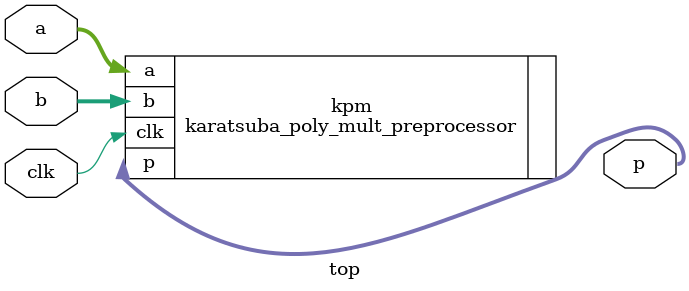
<source format=v>
`timescale 1ns / 1ps


module top(
    input [511:0] a,
    input [511:0] b,
    input clk,
    output [2031:0] p
    );
    
    karatsuba_poly_mult_preprocessor #(.N(8), .D(64)) kpm(.a(a), .b(b), .clk(clk), .p(p));
endmodule

</source>
